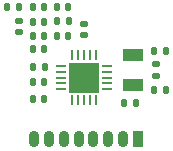
<source format=gbr>
%TF.GenerationSoftware,KiCad,Pcbnew,7.0.2*%
%TF.CreationDate,2024-08-09T14:52:10-04:00*%
%TF.ProjectId,NewPCB,4e657750-4342-42e6-9b69-6361645f7063,rev?*%
%TF.SameCoordinates,Original*%
%TF.FileFunction,Soldermask,Top*%
%TF.FilePolarity,Negative*%
%FSLAX46Y46*%
G04 Gerber Fmt 4.6, Leading zero omitted, Abs format (unit mm)*
G04 Created by KiCad (PCBNEW 7.0.2) date 2024-08-09 14:52:10*
%MOMM*%
%LPD*%
G01*
G04 APERTURE LIST*
G04 Aperture macros list*
%AMRoundRect*
0 Rectangle with rounded corners*
0 $1 Rounding radius*
0 $2 $3 $4 $5 $6 $7 $8 $9 X,Y pos of 4 corners*
0 Add a 4 corners polygon primitive as box body*
4,1,4,$2,$3,$4,$5,$6,$7,$8,$9,$2,$3,0*
0 Add four circle primitives for the rounded corners*
1,1,$1+$1,$2,$3*
1,1,$1+$1,$4,$5*
1,1,$1+$1,$6,$7*
1,1,$1+$1,$8,$9*
0 Add four rect primitives between the rounded corners*
20,1,$1+$1,$2,$3,$4,$5,0*
20,1,$1+$1,$4,$5,$6,$7,0*
20,1,$1+$1,$6,$7,$8,$9,0*
20,1,$1+$1,$8,$9,$2,$3,0*%
G04 Aperture macros list end*
%ADD10RoundRect,0.147500X0.147500X0.172500X-0.147500X0.172500X-0.147500X-0.172500X0.147500X-0.172500X0*%
%ADD11O,0.900000X1.400000*%
%ADD12RoundRect,0.225000X0.225000X0.475000X-0.225000X0.475000X-0.225000X-0.475000X0.225000X-0.475000X0*%
%ADD13RoundRect,0.140000X0.140000X0.170000X-0.140000X0.170000X-0.140000X-0.170000X0.140000X-0.170000X0*%
%ADD14RoundRect,0.140000X-0.140000X-0.170000X0.140000X-0.170000X0.140000X0.170000X-0.140000X0.170000X0*%
%ADD15RoundRect,0.135000X0.135000X0.185000X-0.135000X0.185000X-0.135000X-0.185000X0.135000X-0.185000X0*%
%ADD16RoundRect,0.135000X0.185000X-0.135000X0.185000X0.135000X-0.185000X0.135000X-0.185000X-0.135000X0*%
%ADD17RoundRect,0.147500X-0.172500X0.147500X-0.172500X-0.147500X0.172500X-0.147500X0.172500X0.147500X0*%
%ADD18RoundRect,0.140000X0.170000X-0.140000X0.170000X0.140000X-0.170000X0.140000X-0.170000X-0.140000X0*%
%ADD19R,1.800000X1.000000*%
%ADD20R,2.500000X2.500000*%
%ADD21RoundRect,0.062500X0.350000X-0.062500X0.350000X0.062500X-0.350000X0.062500X-0.350000X-0.062500X0*%
%ADD22RoundRect,0.062500X0.062500X-0.350000X0.062500X0.350000X-0.062500X0.350000X-0.062500X-0.350000X0*%
%ADD23RoundRect,0.147500X-0.147500X-0.172500X0.147500X-0.172500X0.147500X0.172500X-0.147500X0.172500X0*%
G04 APERTURE END LIST*
D10*
%TO.C,L3*%
X127310000Y-83683000D03*
X128280000Y-83683000D03*
%TD*%
D11*
%TO.C,J1*%
X125362000Y-93726000D03*
X126612000Y-93726000D03*
X127862000Y-93726000D03*
X129112000Y-93726000D03*
X130362000Y-93726000D03*
X131612000Y-93726000D03*
X132862000Y-93726000D03*
D12*
X134112000Y-93726000D03*
%TD*%
D13*
%TO.C,C11*%
X127282000Y-82550000D03*
X128242000Y-82550000D03*
%TD*%
%TO.C,C3*%
X125250000Y-88900000D03*
X126210000Y-88900000D03*
%TD*%
%TO.C,C2*%
X125250000Y-90297000D03*
X126210000Y-90297000D03*
%TD*%
D10*
%TO.C,L2*%
X127287000Y-84953000D03*
X128257000Y-84953000D03*
%TD*%
D14*
%TO.C,C10*%
X124051000Y-82550000D03*
X123091000Y-82550000D03*
%TD*%
D15*
%TO.C,R1*%
X125220000Y-87630000D03*
X126240000Y-87630000D03*
%TD*%
D16*
%TO.C,R2*%
X135636000Y-87374000D03*
X135636000Y-88394000D03*
%TD*%
D17*
%TO.C,L1*%
X129550000Y-84930000D03*
X129550000Y-83960000D03*
%TD*%
D14*
%TO.C,C1*%
X133957000Y-90678000D03*
X132997000Y-90678000D03*
%TD*%
D18*
%TO.C,C9*%
X124089000Y-83711000D03*
X124089000Y-84671000D03*
%TD*%
D19*
%TO.C,Y1*%
X133731000Y-86634000D03*
X133731000Y-89134000D03*
%TD*%
D13*
%TO.C,C8*%
X125250000Y-83820000D03*
X126210000Y-83820000D03*
%TD*%
D14*
%TO.C,C5*%
X136497000Y-86233000D03*
X135537000Y-86233000D03*
%TD*%
%TO.C,C4*%
X136497000Y-89535000D03*
X135537000Y-89535000D03*
%TD*%
D13*
%TO.C,C7*%
X125250000Y-84963000D03*
X126210000Y-84963000D03*
%TD*%
D20*
%TO.C,U1*%
X129550000Y-88509000D03*
D21*
X127612500Y-89509000D03*
X127612500Y-89009000D03*
X127612500Y-88509000D03*
X127612500Y-88009000D03*
X127612500Y-87509000D03*
D22*
X128550000Y-86571500D03*
X129050000Y-86571500D03*
X129550000Y-86571500D03*
X130050000Y-86571500D03*
X130550000Y-86571500D03*
D21*
X131487500Y-87509000D03*
X131487500Y-88009000D03*
X131487500Y-88509000D03*
X131487500Y-89009000D03*
X131487500Y-89509000D03*
D22*
X130550000Y-90446500D03*
X130050000Y-90446500D03*
X129550000Y-90446500D03*
X129050000Y-90446500D03*
X128550000Y-90446500D03*
%TD*%
D13*
%TO.C,C6*%
X125232000Y-86096000D03*
X126192000Y-86096000D03*
%TD*%
D23*
%TO.C,L4*%
X126215000Y-82550000D03*
X125245000Y-82550000D03*
%TD*%
M02*

</source>
